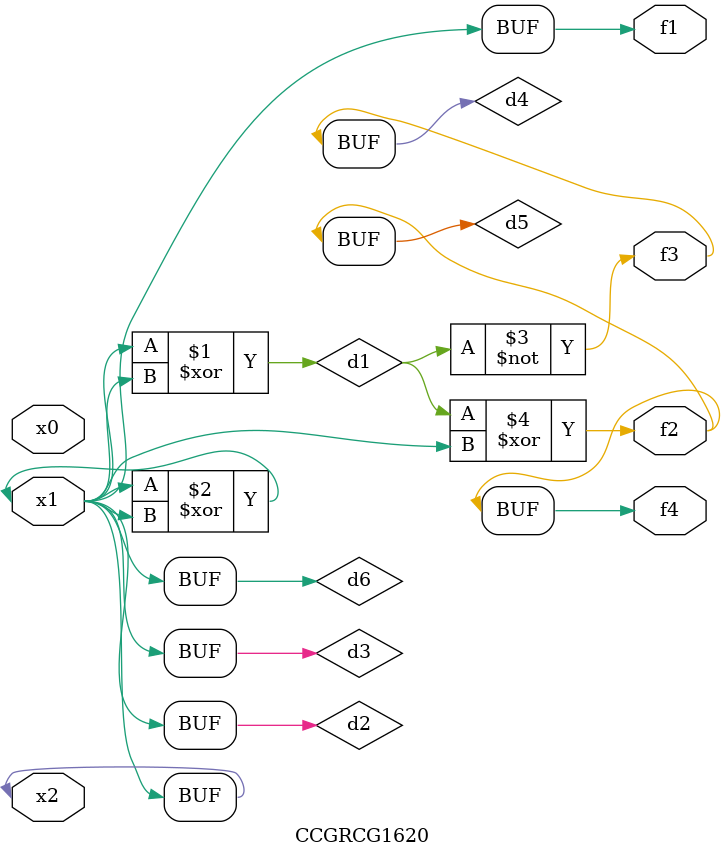
<source format=v>
module CCGRCG1620(
	input x0, x1, x2,
	output f1, f2, f3, f4
);

	wire d1, d2, d3, d4, d5, d6;

	xor (d1, x1, x2);
	buf (d2, x1, x2);
	xor (d3, x1, x2);
	nor (d4, d1);
	xor (d5, d1, d2);
	buf (d6, d2, d3);
	assign f1 = d6;
	assign f2 = d5;
	assign f3 = d4;
	assign f4 = d5;
endmodule

</source>
